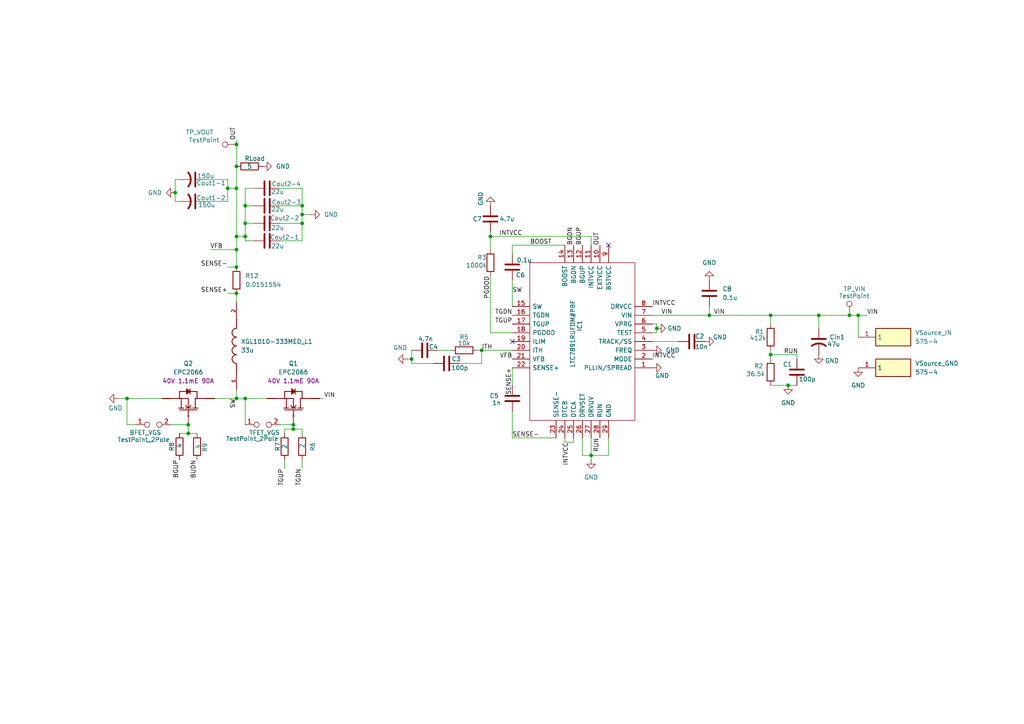
<source format=kicad_sch>
(kicad_sch (version 20250114) (generator "eeschema") (generator_version "9.0")
  (paper "A4")
  (lib_symbols
    (symbol "575-4:575-4"
      (property "Reference" "TP" (at 16.51 7.62 0))
      (property "Value" "575-4" (at 16.51 5.08 0))
      (symbol "575-4_1_1"
        (rectangle (start 5.08 2.54) (end 15.24 -2.54) (stroke (width 0.254)) (fill (type background)))
        (pin passive line (at 0 0 0) (length 5.08) (name "1") (number "1"))
      )
    )
    (symbol "Connector:TestPoint" (pin_numbers (hide yes)) (pin_names (offset 0.762) (hide yes))
      (property "Reference" "TP" (at 0 6.858 0))
      (property "Value" "TestPoint" (at 0 5.08 0))
      (symbol "TestPoint_0_1"
        (circle (center 0 3.302) (radius 0.762))
      )
      (symbol "TestPoint_1_1"
        (pin passive line (at 0 0 90) (length 2.54) (name "1") (number "1"))
      )
    )
    (symbol "Connector:TestPoint_2Pole" (pin_names (offset 0.762) (hide yes))
      (property "Reference" "TP" (at 0 1.524 0))
      (property "Value" "TestPoint_2Pole" (at 0 -1.778 0))
      (symbol "TestPoint_2Pole_0_1"
        (circle (center -1.778 0) (radius 0.762))
        (circle (center 1.778 0) (radius 0.762))
        (pin passive line (at -5.08 0 0) (length 2.54) (name "1") (number "1"))
        (pin passive line (at 5.08 0 180) (length 2.54) (name "2") (number "2"))
      )
    )
    (symbol "Device:C" (pin_numbers (hide yes)) (pin_names (offset 0.254))
      (property "Reference" "C" (at 0.635 2.54 0))
      (property "Value" "C" (at 0.635 -2.54 0))
      (symbol "C_0_1"
        (polyline (pts (xy -2.032 0.762) (xy 2.032 0.762)) (stroke (width 0.508)))
        (polyline (pts (xy -2.032 -0.762) (xy 2.032 -0.762)) (stroke (width 0.508)))
      )
      (symbol "C_1_1"
        (pin passive line (at 0 3.81 270) (length 2.794) (name "~") (number "1"))
        (pin passive line (at 0 -3.81 90) (length 2.794) (name "~") (number "2"))
      )
    )
    (symbol "Device:C_US" (pin_numbers (hide yes)) (pin_names (offset 0.254) (hide yes))
      (property "Reference" "C" (at 0.635 2.54 0))
      (property "Value" "C_US" (at 0.635 -2.54 0))
      (symbol "C_US_0_1"
        (polyline (pts (xy -2.032 0.762) (xy 2.032 0.762)) (stroke (width 0.508)))
        (arc (start -2.032 -1.27) (mid 0 -0.5572) (end 2.032 -1.27) (stroke (width 0.508)))
      )
      (symbol "C_US_1_1"
        (pin passive line (at 0 3.81 270) (length 2.794) (name "~") (number "1"))
        (pin passive line (at 0 -3.81 90) (length 3.302) (name "~") (number "2"))
      )
    )
    (symbol "Device:R" (pin_numbers (hide yes)) (pin_names (offset 0))
      (property "Reference" "R" (at 2.032 0 90))
      (property "Value" "R" (at 0 0 90))
      (symbol "R_0_1"
        (rectangle (start -1.016 -2.54) (end 1.016 2.54) (stroke (width 0.254)))
      )
      (symbol "R_1_1"
        (pin passive line (at 0 3.81 270) (length 1.27) (name "~") (number "1"))
        (pin passive line (at 0 -3.81 90) (length 1.27) (name "~") (number "2"))
      )
    )
    (symbol "EPC_FETs:EPC2066"
      (property "Reference" "Q" (at 3.4036 1.8796 0))
      (property "Value" "EPC2066" (at 7.1628 -0.1016 0))
      (property "Description" "40V 1.1mE 90A" (at 10.3124 -1.9812 0))
      (symbol "EPC2066_1_0"
        (polyline (pts (xy -5.08 0) (xy -3.302 0)) (stroke (width 0.254)))
        (polyline (pts (xy -3.302 2.54) (xy -3.302 -2.54)) (stroke (width 0.254)))
        (polyline (pts (xy -2.794 1.27) (xy -2.794 2.794)) (stroke (width 0.254)))
        (polyline (pts (xy -2.794 0) (xy -2.032 0.762)) (stroke (width 0.254)))
        (polyline (pts (xy -2.794 0) (xy 0 0)) (stroke (width 0.254)))
        (polyline (pts (xy -2.794 -0.762) (xy -2.794 0.762)) (stroke (width 0.254)))
        (polyline (pts (xy -2.794 -2.032) (xy 0 -2.032)) (stroke (width 0.254)))
        (polyline (pts (xy -2.794 -2.794) (xy -2.794 -1.27)) (stroke (width 0.254)))
        (polyline (pts (xy -2.032 -0.762) (xy -2.794 0)) (stroke (width 0.254)))
        (polyline (pts (xy 0 2.54) (xy 2.032 2.54)) (stroke (width 0.254)))
        (polyline (pts (xy 0 2.032) (xy -2.794 2.032)) (stroke (width 0.254)))
        (polyline (pts (xy 0 2.032) (xy 0 5.08)) (stroke (width 0.254)))
        (polyline (pts (xy 0 0) (xy 0 -5.08)) (stroke (width 0.254)))
        (polyline (pts (xy 0 -2.54) (xy 2.032 -2.54)) (stroke (width 0.254)))
        (arc (start -5.1019 -0.1467) (mid -5.1039 0.0331) (end -5.0996 0.2128) (stroke (width 0.254)))
        (polyline (pts (xy 2.032 2.54) (xy 2.032 0.508)) (stroke (width 0.254)))
        (polyline (pts (xy 2.032 0.508) (xy 1.27 -0.508) (xy 2.794 -0.508) (xy 2.032 0.508)) (stroke (width 0.254)) (fill (type outline)))
        (polyline (pts (xy 2.032 -0.508) (xy 2.032 -2.54)) (stroke (width 0.254)))
        (polyline (pts (xy 2.794 0.508) (xy 1.27 0.508)) (stroke (width 0.254)))
        (pin passive line (at -7.62 0 0) (length 2.54) (name "G") (number "1"))
        (pin open_collector line (at 0 7.62 270) (length 2.54) (name "D5") (number "11"))
        (pin open_collector line (at 0 7.62 270) (length 2.54) (name "D6") (number "12"))
        (pin open_collector line (at 0 7.62 270) (length 2.54) (name "D7") (number "15"))
        (pin open_collector line (at 0 7.62 270) (length 2.54) (name "D8") (number "16"))
        (pin open_collector line (at 0 7.62 270) (length 2.54) (name "D9") (number "19"))
        (pin open_collector line (at 0 7.62 270) (length 2.54) (name "D10") (number "20"))
        (pin open_collector line (at 0 7.62 270) (length 2.54) (name "D11") (number "23"))
        (pin open_collector line (at 0 7.62 270) (length 2.54) (name "D12") (number "24"))
        (pin open_collector line (at 0 7.62 270) (length 2.54) (name "D13") (number "27"))
        (pin open_collector line (at 0 7.62 270) (length 2.54) (name "D14") (number "28"))
        (pin open_collector line (at 0 7.62 270) (length 2.54) (name "D1") (number "3"))
        (pin open_collector line (at 0 7.62 270) (length 2.54) (name "D2") (number "4"))
        (pin open_collector line (at 0 7.62 270) (length 2.54) (name "D3") (number "7"))
        (pin open_collector line (at 0 7.62 270) (length 2.54) (name "D4") (number "8"))
        (pin open_emitter line (at 0 -7.62 90) (length 2.54) (name "S5") (number "10"))
        (pin open_emitter line (at 0 -7.62 90) (length 2.54) (name "S6") (number "13"))
        (pin open_emitter line (at 0 -7.62 90) (length 2.54) (name "S7") (number "14"))
        (pin open_emitter line (at 0 -7.62 90) (length 2.54) (name "S8") (number "17"))
        (pin open_emitter line (at 0 -7.62 90) (length 2.54) (name "S9") (number "18"))
        (pin open_emitter line (at 0 -7.62 90) (length 2.54) (name "S1") (number "2"))
        (pin open_emitter line (at 0 -7.62 90) (length 2.54) (name "S10") (number "21"))
        (pin open_emitter line (at 0 -7.62 90) (length 2.54) (name "S11") (number "22"))
        (pin open_emitter line (at 0 -7.62 90) (length 2.54) (name "S12") (number "25"))
        (pin open_emitter line (at 0 -7.62 90) (length 2.54) (name "S13") (number "26"))
        (pin open_emitter line (at 0 -7.62 90) (length 2.54) (name "S14") (number "29"))
        (pin open_emitter line (at 0 -7.62 90) (length 2.54) (name "Sub") (number "30"))
        (pin open_emitter line (at 0 -7.62 90) (length 2.54) (name "S2") (number "5"))
        (pin open_emitter line (at 0 -7.62 90) (length 2.54) (name "S3") (number "6"))
        (pin open_emitter line (at 0 -7.62 90) (length 2.54) (name "S4") (number "9"))
      )
    )
    (symbol "LTC7891RUFDM#PBF:LTC7891RUFDM#PBF" (pin_names (offset 0.762))
      (property "Reference" "IC" (at 36.83 20.32 0))
      (property "Value" "LTC7891RUFDM#PBF" (at 36.83 17.78 0))
      (symbol "LTC7891RUFDM#PBF_0_0"
        (pin passive line (at 0 0 0) (length 5.08) (name "PLLIN/SPREAD") (number "1"))
        (pin passive line (at 0 -2.54 0) (length 5.08) (name "MODE") (number "2"))
        (pin passive line (at 0 -5.08 0) (length 5.08) (name "FREQ") (number "3"))
        (pin passive line (at 0 -7.62 0) (length 5.08) (name "TRACK/SS") (number "4"))
        (pin passive line (at 0 -10.16 0) (length 5.08) (name "TEST") (number "5"))
        (pin passive line (at 0 -12.7 0) (length 5.08) (name "VPRG") (number "6"))
        (pin passive line (at 0 -15.24 0) (length 5.08) (name "VIN") (number "7"))
        (pin passive line (at 0 -17.78 0) (length 5.08) (name "DRVCC") (number "8"))
        (pin passive line (at 12.7 20.32 270) (length 5.08) (name "GND") (number "29"))
        (pin passive line (at 12.7 -35.56 90) (length 5.08) (name "BSTVCC") (number "9"))
        (pin passive line (at 15.24 20.32 270) (length 5.08) (name "RUN") (number "28"))
        (pin passive line (at 15.24 -35.56 90) (length 5.08) (name "EXTVCC") (number "10"))
        (pin passive line (at 17.78 20.32 270) (length 5.08) (name "DRVUV") (number "27"))
        (pin passive line (at 17.78 -35.56 90) (length 5.08) (name "INTVCC") (number "11"))
        (pin passive line (at 20.32 20.32 270) (length 5.08) (name "DRVSET") (number "26"))
        (pin passive line (at 20.32 -35.56 90) (length 5.08) (name "BGUP") (number "12"))
        (pin passive line (at 22.86 20.32 270) (length 5.08) (name "DTCA") (number "25"))
        (pin passive line (at 22.86 -35.56 90) (length 5.08) (name "BGDN") (number "13"))
        (pin passive line (at 25.4 20.32 270) (length 5.08) (name "DTCB") (number "24"))
        (pin passive line (at 25.4 -35.56 90) (length 5.08) (name "BOOST") (number "14"))
        (pin passive line (at 27.94 20.32 270) (length 5.08) (name "SENSE-") (number "23"))
        (pin passive line (at 40.64 0 180) (length 5.08) (name "SENSE+") (number "22"))
        (pin passive line (at 40.64 -2.54 180) (length 5.08) (name "VFB") (number "21"))
        (pin passive line (at 40.64 -5.08 180) (length 5.08) (name "ITH") (number "20"))
        (pin passive line (at 40.64 -7.62 180) (length 5.08) (name "ILIM") (number "19"))
        (pin passive line (at 40.64 -10.16 180) (length 5.08) (name "PGOOD") (number "18"))
        (pin passive line (at 40.64 -12.7 180) (length 5.08) (name "TGUP") (number "17"))
        (pin passive line (at 40.64 -15.24 180) (length 5.08) (name "TGDN") (number "16"))
        (pin passive line (at 40.64 -17.78 180) (length 5.08) (name "SW") (number "15"))
      )
      (symbol "LTC7891RUFDM#PBF_0_1"
        (polyline (pts (xy 5.08 15.24) (xy 35.56 15.24) (xy 35.56 -30.48) (xy 5.08 -30.48) (xy 5.08 15.24)) (stroke (width 0.1524)))
      )
    )
    (symbol "XGL1010-333MED:XGL1010-333MED" (pin_names (offset 1.016))
      (property "Reference" "L" (at -10.16 7.62 0))
      (property "Value" "XGL1010-333MED" (at -10.16 5.08 0))
      (symbol "XGL1010-333MED_0_0"
        (polyline (pts (xy -5.08 0) (xy -7.62 0)) (stroke (width 0.254)))
        (arc (start -5.08 0) (mid -3.81 1.2645) (end -2.54 0) (stroke (width 0.254)))
        (arc (start -2.54 0) (mid -1.27 1.2645) (end 0 0) (stroke (width 0.254)))
        (arc (start 0 0) (mid 1.27 1.2645) (end 2.54 0) (stroke (width 0.254)))
        (arc (start 2.54 0) (mid 3.81 1.2645) (end 5.08 0) (stroke (width 0.254)))
        (polyline (pts (xy 5.08 0) (xy 7.62 0)) (stroke (width 0.254)))
        (pin passive line (at -12.7 0 0) (length 5.08) (name "~") (number "1"))
        (pin passive line (at 12.7 0 180) (length 5.08) (name "~") (number "2"))
      )
    )
    (symbol "power:GND" (power) (pin_numbers (hide yes)) (pin_names (offset 0) (hide yes))
      (property "Value" "GND" (at 0 -3.81 0))
      (symbol "GND_0_1"
        (polyline (pts (xy 0 0) (xy 0 -1.27) (xy 1.27 -1.27) (xy 0 -2.54) (xy -1.27 -1.27) (xy 0 -1.27)))
      )
      (symbol "GND_1_1"
        (pin power_in line (at 0 0 270) (length 0) (name "~") (number "1"))
      )
    )
  )
  (junction (at 68.58 115.57))
  (junction (at 68.58 68.58))
  (junction (at 119.38 104.14))
  (junction (at 223.52 102.87))
  (junction (at 71.12 64.77))
  (junction (at 68.58 77.47))
  (junction (at 71.12 115.57))
  (junction (at 71.12 68.58))
  (junction (at 68.58 85.09))
  (junction (at 237.49 91.44))
  (junction (at 142.24 68.58))
  (junction (at 205.74 91.44))
  (junction (at 54.61 125.73))
  (junction (at 68.58 54.61))
  (junction (at 85.09 123.19))
  (junction (at 139.7 101.6))
  (junction (at 171.45 132.08))
  (junction (at 50.8 55.88))
  (junction (at 66.04 54.61))
  (junction (at 87.63 64.77))
  (junction (at 246.38 91.44))
  (junction (at 68.58 48.26))
  (junction (at 87.63 59.69))
  (junction (at 36.83 115.57))
  (junction (at 54.61 123.19))
  (junction (at 228.6 111.76))
  (junction (at 190.5 95.25))
  (junction (at 223.52 91.44))
  (junction (at 71.12 59.69))
  (junction (at 85.09 124.46))
  (junction (at 87.63 62.23))
  (junction (at 68.58 41.91))
  (junction (at 68.58 72.39))
  (junction (at 248.92 91.44))
  (no_connect (at 148.59 99.06))
  (no_connect (at 176.53 71.12))
  (wire (pts (xy 139.7 101.6) (xy 139.7 105.41)))
  (wire (pts (xy 142.24 80.01) (xy 142.24 96.52)))
  (wire (pts (xy 68.58 115.57) (xy 71.12 115.57)))
  (wire (pts (xy 171.45 132.08) (xy 176.53 132.08)))
  (wire (pts (xy 189.23 91.44) (xy 205.74 91.44)))
  (wire (pts (xy 148.59 73.66) (xy 148.59 71.12)))
  (wire (pts (xy 223.52 101.6) (xy 223.52 102.87)))
  (wire (pts (xy 68.58 48.26) (xy 68.58 54.61)))
  (wire (pts (xy 189.23 93.98) (xy 190.5 93.98)))
  (wire (pts (xy 171.45 132.08) (xy 171.45 133.35)))
  (wire (pts (xy 231.14 102.87) (xy 231.14 104.14)))
  (wire (pts (xy 223.52 91.44) (xy 223.52 93.98)))
  (wire (pts (xy 87.63 64.77) (xy 87.63 69.85)))
  (wire (pts (xy 66.04 85.09) (xy 68.58 85.09)))
  (wire (pts (xy 163.83 127) (xy 163.83 128.27)))
  (wire (pts (xy 68.58 68.58) (xy 68.58 72.39)))
  (wire (pts (xy 71.12 64.77) (xy 73.66 64.77)))
  (wire (pts (xy 133.35 105.41) (xy 139.7 105.41)))
  (wire (pts (xy 142.24 72.39) (xy 142.24 68.58)))
  (wire (pts (xy 71.12 115.57) (xy 77.47 115.57)))
  (wire (pts (xy 71.12 69.85) (xy 73.66 69.85)))
  (wire (pts (xy 163.83 128.27) (xy 166.37 128.27)))
  (wire (pts (xy 87.63 62.23) (xy 90.17 62.23)))
  (wire (pts (xy 81.28 59.69) (xy 87.63 59.69)))
  (wire (pts (xy 59.69 58.42) (xy 66.04 58.42)))
  (wire (pts (xy 119.38 101.6) (xy 119.38 104.14)))
  (wire (pts (xy 50.8 55.88) (xy 50.8 58.42)))
  (wire (pts (xy 54.61 125.73) (xy 57.15 125.73)))
  (wire (pts (xy 34.29 115.57) (xy 36.83 115.57)))
  (wire (pts (xy 138.43 101.6) (xy 139.7 101.6)))
  (wire (pts (xy 127 101.6) (xy 130.81 101.6)))
  (wire (pts (xy 189.23 96.52) (xy 190.5 96.52)))
  (wire (pts (xy 237.49 91.44) (xy 237.49 95.25)))
  (wire (pts (xy 68.58 72.39) (xy 68.58 77.47)))
  (wire (pts (xy 223.52 102.87) (xy 223.52 104.14)))
  (wire (pts (xy 176.53 132.08) (xy 176.53 127)))
  (wire (pts (xy 92.71 115.57) (xy 93.98 115.57)))
  (wire (pts (xy 85.09 123.19) (xy 85.09 124.46)))
  (wire (pts (xy 71.12 59.69) (xy 71.12 64.77)))
  (wire (pts (xy 148.59 106.68) (xy 148.59 111.76)))
  (wire (pts (xy 50.8 52.07) (xy 50.8 55.88)))
  (wire (pts (xy 71.12 54.61) (xy 73.66 54.61)))
  (wire (pts (xy 168.91 132.08) (xy 171.45 132.08)))
  (wire (pts (xy 59.69 52.07) (xy 66.04 52.07)))
  (wire (pts (xy 205.74 91.44) (xy 223.52 91.44)))
  (wire (pts (xy 36.83 115.57) (xy 46.99 115.57)))
  (wire (pts (xy 66.04 52.07) (xy 66.04 54.61)))
  (wire (pts (xy 82.55 133.35) (xy 82.55 135.89)))
  (wire (pts (xy 87.63 62.23) (xy 87.63 64.77)))
  (wire (pts (xy 52.07 52.07) (xy 50.8 52.07)))
  (wire (pts (xy 148.59 127) (xy 161.29 127)))
  (wire (pts (xy 87.63 124.46) (xy 87.63 125.73)))
  (wire (pts (xy 139.7 101.6) (xy 148.59 101.6)))
  (wire (pts (xy 68.58 40.64) (xy 68.58 41.91)))
  (wire (pts (xy 66.04 54.61) (xy 66.04 58.42)))
  (wire (pts (xy 82.55 124.46) (xy 85.09 124.46)))
  (wire (pts (xy 71.12 59.69) (xy 73.66 59.69)))
  (wire (pts (xy 68.58 113.03) (xy 68.58 115.57)))
  (wire (pts (xy 118.11 104.14) (xy 119.38 104.14)))
  (wire (pts (xy 62.23 115.57) (xy 68.58 115.57)))
  (wire (pts (xy 71.12 68.58) (xy 71.12 64.77)))
  (wire (pts (xy 142.24 67.31) (xy 142.24 68.58)))
  (wire (pts (xy 81.28 123.19) (xy 85.09 123.19)))
  (wire (pts (xy 49.53 123.19) (xy 54.61 123.19)))
  (wire (pts (xy 148.59 71.12) (xy 163.83 71.12)))
  (wire (pts (xy 190.5 95.25) (xy 190.5 93.98)))
  (wire (pts (xy 81.28 69.85) (xy 87.63 69.85)))
  (wire (pts (xy 39.37 123.19) (xy 36.83 123.19)))
  (wire (pts (xy 223.52 111.76) (xy 228.6 111.76)))
  (wire (pts (xy 81.28 64.77) (xy 87.63 64.77)))
  (wire (pts (xy 171.45 68.58) (xy 171.45 71.12)))
  (wire (pts (xy 71.12 68.58) (xy 71.12 69.85)))
  (wire (pts (xy 87.63 59.69) (xy 87.63 62.23)))
  (wire (pts (xy 142.24 96.52) (xy 148.59 96.52)))
  (wire (pts (xy 248.92 97.79) (xy 248.92 91.44)))
  (wire (pts (xy 68.58 68.58) (xy 71.12 68.58)))
  (wire (pts (xy 68.58 41.91) (xy 68.58 48.26)))
  (wire (pts (xy 166.37 127) (xy 166.37 128.27)))
  (wire (pts (xy 50.8 58.42) (xy 52.07 58.42)))
  (wire (pts (xy 36.83 123.19) (xy 36.83 115.57)))
  (wire (pts (xy 148.59 119.38) (xy 148.59 127)))
  (wire (pts (xy 248.92 91.44) (xy 251.46 91.44)))
  (wire (pts (xy 66.04 54.61) (xy 68.58 54.61)))
  (wire (pts (xy 60.96 72.39) (xy 68.58 72.39)))
  (wire (pts (xy 66.04 77.47) (xy 68.58 77.47)))
  (wire (pts (xy 223.52 102.87) (xy 231.14 102.87)))
  (wire (pts (xy 87.63 54.61) (xy 87.63 59.69)))
  (wire (pts (xy 205.74 88.9) (xy 205.74 91.44)))
  (wire (pts (xy 246.38 91.44) (xy 248.92 91.44)))
  (wire (pts (xy 85.09 124.46) (xy 87.63 124.46)))
  (wire (pts (xy 119.38 105.41) (xy 125.73 105.41)))
  (wire (pts (xy 148.59 81.28) (xy 148.59 88.9)))
  (wire (pts (xy 228.6 111.76) (xy 231.14 111.76)))
  (wire (pts (xy 54.61 123.19) (xy 54.61 125.73)))
  (wire (pts (xy 68.58 54.61) (xy 68.58 68.58)))
  (wire (pts (xy 71.12 123.19) (xy 71.12 115.57)))
  (wire (pts (xy 81.28 54.61) (xy 87.63 54.61)))
  (wire (pts (xy 223.52 91.44) (xy 237.49 91.44)))
  (wire (pts (xy 71.12 54.61) (xy 71.12 59.69)))
  (wire (pts (xy 87.63 133.35) (xy 87.63 135.89)))
  (wire (pts (xy 171.45 127) (xy 171.45 132.08)))
  (wire (pts (xy 52.07 125.73) (xy 54.61 125.73)))
  (wire (pts (xy 142.24 68.58) (xy 171.45 68.58)))
  (wire (pts (xy 68.58 85.09) (xy 68.58 87.63)))
  (wire (pts (xy 189.23 99.06) (xy 196.85 99.06)))
  (wire (pts (xy 237.49 91.44) (xy 246.38 91.44)))
  (wire (pts (xy 190.5 96.52) (xy 190.5 95.25)))
  (wire (pts (xy 168.91 127) (xy 168.91 132.08)))
  (wire (pts (xy 119.38 104.14) (xy 119.38 105.41)))
  (wire (pts (xy 82.55 125.73) (xy 82.55 124.46)))
  (label "VIN" (at 93.98 115.57 0))
  (label "SENSE+" (at 66.04 85.09 180))
  (label "SW" (at 148.59 85.09 0))
  (label "BGUP" (at 168.91 71.12 90))
  (label "INTVCC" (at 189.23 104.14 0))
  (label "TGUP" (at 148.59 93.98 180))
  (label "OUT" (at 173.99 71.12 90))
  (label "BUDN" (at 57.15 133.35 270))
  (label "PGOOD" (at 142.24 80.01 270))
  (label "SW" (at 68.58 115.57 270))
  (label "TGUP" (at 82.55 135.89 270))
  (label "VIN" (at 207.01 91.44 0))
  (label "VFB" (at 60.96 72.39 0))
  (label "INTVCC" (at 189.23 88.9 0))
  (label "RUN" (at 173.99 127 270))
  (label "TGDN" (at 87.63 135.89 270))
  (label "ITH" (at 139.7 101.6 0))
  (label "OUT" (at 68.58 40.64 90))
  (label "INTVCC" (at 144.78 68.58 0))
  (label "INTVCC" (at 165.1 128.27 270))
  (label "SENSE-" (at 66.04 77.47 180))
  (label "BGDN" (at 166.37 71.12 90))
  (label "RUN" (at 227.33 102.87 0))
  (label "TGDN" (at 148.59 91.44 180))
  (label "VIN" (at 191.77 91.44 0))
  (label "BOOST" (at 160.02 71.12 180))
  (label "VIN" (at 251.46 91.44 0))
  (label "BGUP" (at 52.07 133.35 270))
  (label "VFB" (at 148.59 104.14 180))
  (label "SENSE+" (at 148.59 106.68 270))
  (label "SENSE-" (at 148.59 127 0))
  (symbol (lib_id "Device:R") (at 134.62 101.6 90) (unit 1)
    (property "Reference" "R5" (at 134.62 97.79 90))
    (property "Value" "10k" (at 134.62 99.568 90))
    (property "Description" "Resistor" (effects (hide yes)))
  )
  (symbol (lib_id "Device:R") (at 142.24 76.2 180) (unit 1)
    (property "Reference" "R3" (at 138.43 74.676 0) (effects (justify right)))
    (property "Value" "1000k" (at 135.128 76.962 0) (effects (justify right)))
    (property "Description" "Resistor" (effects (hide yes)))
  )
  (symbol (lib_id "Device:C") (at 77.47 59.69 90) (unit 1)
    (property "Reference" "Cout2-3" (at 83.058 58.674 90))
    (property "Value" "22u" (at 80.518 60.706 90))
    (property "Description" "Unpolarized capacitor" (effects (hide yes)))
  )
  (symbol (lib_id "Device:C") (at 77.47 69.85 90) (unit 1)
    (property "Reference" "Cout2-1" (at 82.55 68.834 90))
    (property "Value" "22u" (at 80.518 71.374 90))
    (property "Description" "Unpolarized capacitor" (effects (hide yes)))
  )
  (symbol (lib_id "power:GND") (at 171.45 133.35 0) (unit 1)
    (property "Reference" "#PWR01" (effects (hide yes)))
    (property "Value" "GND" (at 171.45 138.43 0))
    (property "Description" "Power symbol creates a global label with name \"GND\" , ground" (effects (hide yes)))
  )
  (symbol (lib_id "Connector:TestPoint_2Pole") (at 76.2 123.19 0) (unit 1)
    (property "Reference" "TFET_VGS" (at 76.708 125.476 0))
    (property "Value" "TestPoint_2Pole" (at 73.152 127.254 0))
    (property "Description" "2-polar test point" (effects (hide yes)))
  )
  (symbol (lib_id "Device:R") (at 52.07 129.54 180) (unit 1)
    (property "Reference" "R8" (at 49.784 129.54 90))
    (property "Value" "4" (at 52.07 129.286 90))
    (property "Description" "Resistor" (effects (hide yes)))
  )
  (symbol (lib_id "XGL1010-333MED:XGL1010-333MED") (at 68.58 100.33 90) (unit 1)
    (property "Reference" "XGL1010-333MED_L1" (at 69.85 99.0599 90) (effects (justify right)))
    (property "Value" "33u" (at 69.85 101.5999 90) (effects (justify right)))
    (property "Footprint" "XGL1010-333MED:IND_XGL1010-333MED" (effects (hide yes)))
    (property "MF" "Coilcraft" (effects (hide yes)))
    (property "MAXIMUM_PACKAGE_HEIGHT" "10.0mm" (effects (hide yes)))
    (property "Package" "None" (effects (hide yes)))
    (property "Price" "None" (effects (hide yes)))
    (property "Check_prices" "https://www.snapeda.com/parts/XGL1010-333MED/Coilcraft/view-part/?ref=eda" (effects (hide yes)))
    (property "STANDARD" "Manufacturer Recommendations" (effects (hide yes)))
    (property "PARTREV" "08/24/22" (effects (hide yes)))
    (property "SnapEDA_Link" "https://www.snapeda.com/parts/XGL1010-333MED/Coilcraft/view-part/?ref=snap" (effects (hide yes)))
    (property "MP" "XGL1010-333MED" (effects (hide yes)))
    (property "Description_1" "33 µH Shielded Molded Inductor 8.5 A 33.5mOhm Max Nonstandard" (effects (hide yes)))
    (property "MANUFACTURER" "Coilcraft" (effects (hide yes)))
    (property "Availability" "In Stock" (effects (hide yes)))
    (property "SNAPEDA_PN" "XGL1010-332MED" (effects (hide yes)))
  )
  (symbol (lib_id "Device:C_US") (at 55.88 58.42 270) (unit 1)
    (property "Reference" "Cout1-2" (at 61.214 57.404 90))
    (property "Value" "150u" (at 59.944 59.436 90))
    (property "Description" "capacitor, US symbol" (effects (hide yes)))
  )
  (symbol (lib_id "575-4:575-4") (at 248.92 106.68 0) (unit 1)
    (property "Reference" "VSource_GND" (at 265.43 105.4099 0) (effects (justify left)))
    (property "Value" "575-4" (at 265.43 107.9499 0) (effects (justify left)))
    (property "Footprint" "5754" (effects (hide yes)))
    (property "Datasheet" "https://www.keyelco.com/product.cfm/product_id/2379" (effects (hide yes)))
    (property "Description" "Test Plugs & Test Jacks NON-INSUL JACK .218\" BRASS NICKEL PLTD" (effects (hide yes)))
    (property "Height" "2.49" (effects (hide yes)))
    (property "Manufacturer_Name" "Keystone Electronics" (effects (hide yes)))
    (property "Manufacturer_Part_Number" "575-4" (effects (hide yes)))
    (property "Mouser Part Number" "534-575-4" (effects (hide yes)))
    (property "Mouser Price/Stock" "https://www.mouser.co.uk/ProductDetail/Keystone-Electronics/575-4?qs=w4ABFRoM%2FL8pPaUzIDyX8Q%3D%3D" (effects (hide yes)))
  )
  (symbol (lib_id "power:GND") (at 189.23 101.6 90) (unit 1)
    (property "Reference" "#PWR02" (effects (hide yes)))
    (property "Value" "GND" (at 193.04 101.5999 90) (effects (justify right)))
    (property "Description" "Power symbol creates a global label with name \"GND\" , ground" (effects (hide yes)))
  )
  (symbol (lib_id "Device:C") (at 231.14 107.95 0) (unit 1)
    (property "Reference" "C1" (at 227.076 105.664 0) (effects (justify left)))
    (property "Value" "100p" (at 231.648 109.982 0) (effects (justify left)))
    (property "Description" "Unpolarized capacitor" (effects (hide yes)))
  )
  (symbol (lib_id "Device:R") (at 82.55 129.54 0) (unit 1)
    (property "Reference" "R7" (at 80.518 129.54 90))
    (property "Value" "2" (at 82.55 129.54 90))
    (property "Description" "Resistor" (effects (hide yes)))
  )
  (symbol (lib_id "EPC_FETs:EPC2066") (at 85.09 115.57 270) (mirror x) (unit 1)
    (property "Reference" "Q1" (at 85.09 105.41 90))
    (property "Value" "EPC2066" (at 85.09 107.95 90))
    (property "Footprint" "EPC_FETs:D0650" (effects (hide yes)))
    (property "Description" "40V 1.1mE 90A" (at 85.09 110.49 90))
  )
  (symbol (lib_id "Device:C") (at 77.47 64.77 90) (unit 1)
    (property "Reference" "Cout2-2" (at 82.55 63.246 90))
    (property "Value" "22u" (at 80.518 66.04 90))
    (property "Description" "Unpolarized capacitor" (effects (hide yes)))
  )
  (symbol (lib_id "Device:C") (at 123.19 101.6 90) (unit 1)
    (property "Reference" "C4" (at 125.73 100.584 90))
    (property "Value" "4.7n" (at 123.444 98.298 90))
    (property "Description" "Unpolarized capacitor" (effects (hide yes)))
  )
  (symbol (lib_id "LTC7891RUFDM#PBF:LTC7891RUFDM#PBF") (at 189.23 106.68 180) (unit 1)
    (property "Reference" "IC1" (at 168.148 94.488 90))
    (property "Value" "LTC7891RUFDM#PBF" (at 166.116 96.774 90))
    (property "Footprint" "QFN50P400X500X80-29N-D" (effects (hide yes)))
    (property "Datasheet" "https://www.analog.com/LTC7891/datasheet" (effects (hide yes)))
    (property "Description" "100 V, Low IQ, Synchronous Step-Down Controller for GaN FETs" (effects (hide yes)))
    (property "Description_1" "100 V, Low IQ, Synchronous Step-Down Controller for GaN FETs" (effects (hide yes)))
    (property "Height" "0.8" (effects (hide yes)))
    (property "Manufacturer_Name" "Analog Devices" (effects (hide yes)))
    (property "Manufacturer_Part_Number" "LTC7891RUFDM#PBF" (effects (hide yes)))
    (property "Mouser Part Number" "584-LTC7891RUFDM#PBF" (effects (hide yes)))
    (property "Mouser Price/Stock" "https://www.mouser.co.uk/ProductDetail/Analog-Devices/LTC7891RUFDMPBF?qs=MyNHzdoqoQKVRU6DyVseAQ%3D%3D" (effects (hide yes)))
    (property "Arrow Part Number" "LTC7891RUFDM#PBF" (effects (hide yes)))
    (property "Arrow Price/Stock" "https://www.arrow.com/en/products/ltc7891rufdmpbf/analog-devices?utm_currency=USD&region=nac" (effects (hide yes)))
  )
  (symbol (lib_id "power:GND") (at 50.8 55.88 270) (unit 1)
    (property "Reference" "#PWR012" (effects (hide yes)))
    (property "Value" "GND" (at 46.99 55.8799 90) (effects (justify right)))
    (property "Description" "Power symbol creates a global label with name \"GND\" , ground" (effects (hide yes)))
  )
  (symbol (lib_id "Device:C_US") (at 55.88 52.07 270) (unit 1)
    (property "Reference" "Cout1-1" (at 61.214 53.086 90))
    (property "Value" "150u" (at 59.69 51.054 90))
    (property "Description" "capacitor, US symbol" (effects (hide yes)))
  )
  (symbol (lib_id "575-4:575-4") (at 248.92 97.79 0) (unit 1)
    (property "Reference" "VSource_IN" (at 265.43 96.5199 0) (effects (justify left)))
    (property "Value" "575-4" (at 265.43 99.0599 0) (effects (justify left)))
    (property "Footprint" "5754" (effects (hide yes)))
    (property "Datasheet" "https://www.keyelco.com/product.cfm/product_id/2379" (effects (hide yes)))
    (property "Description" "Test Plugs & Test Jacks NON-INSUL JACK .218\" BRASS NICKEL PLTD" (effects (hide yes)))
    (property "Height" "2.49" (effects (hide yes)))
    (property "Manufacturer_Name" "Keystone Electronics" (effects (hide yes)))
    (property "Manufacturer_Part_Number" "575-4" (effects (hide yes)))
    (property "Mouser Part Number" "534-575-4" (effects (hide yes)))
    (property "Mouser Price/Stock" "https://www.mouser.co.uk/ProductDetail/Keystone-Electronics/575-4?qs=w4ABFRoM%2FL8pPaUzIDyX8Q%3D%3D" (effects (hide yes)))
  )
  (symbol (lib_id "power:GND") (at 118.11 104.14 270) (unit 1)
    (property "Reference" "#PWR06" (effects (hide yes)))
    (property "Value" "GND" (at 116.078 100.838 90))
    (property "Description" "Power symbol creates a global label with name \"GND\" , ground" (effects (hide yes)))
  )
  (symbol (lib_id "Connector:TestPoint") (at 68.58 41.91 90) (unit 1)
    (property "Reference" "TP_VOUT" (at 57.912 38.354 90))
    (property "Value" "TestPoint" (at 59.182 40.64 90))
    (property "Description" "test point" (effects (hide yes)))
  )
  (symbol (lib_id "power:GND") (at 90.17 62.23 90) (unit 1)
    (property "Reference" "#PWR011" (effects (hide yes)))
    (property "Value" "GND" (at 93.98 62.2299 90) (effects (justify right)))
    (property "Description" "Power symbol creates a global label with name \"GND\" , ground" (effects (hide yes)))
  )
  (symbol (lib_id "power:GND") (at 189.23 106.68 90) (unit 1)
    (property "Reference" "#PWR09" (effects (hide yes)))
    (property "Value" "GND" (at 189.992 108.966 90) (effects (justify right)))
    (property "Description" "Power symbol creates a global label with name \"GND\" , ground" (effects (hide yes)))
  )
  (symbol (lib_id "power:GND") (at 228.6 111.76 0) (unit 1)
    (property "Reference" "#PWR03" (effects (hide yes)))
    (property "Value" "GND" (at 228.6 116.84 0))
    (property "Description" "Power symbol creates a global label with name \"GND\" , ground" (effects (hide yes)))
  )
  (symbol (lib_id "Device:C") (at 77.47 54.61 90) (unit 1)
    (property "Reference" "Cout2-4" (at 83.058 53.34 90))
    (property "Value" "22u" (at 80.518 55.626 90))
    (property "Description" "Unpolarized capacitor" (effects (hide yes)))
  )
  (symbol (lib_id "Device:C") (at 142.24 63.5 0) (unit 1)
    (property "Reference" "C7" (at 138.43 63.5 0))
    (property "Value" "4.7u" (at 147.066 63.5 0))
    (property "Description" "Unpolarized capacitor" (effects (hide yes)))
  )
  (symbol (lib_id "power:GND") (at 142.24 59.69 180) (unit 1)
    (property "Reference" "#PWR08" (effects (hide yes)))
    (property "Value" "GND" (at 139.446 59.69 90) (effects (justify right)))
    (property "Description" "Power symbol creates a global label with name \"GND\" , ground" (effects (hide yes)))
  )
  (symbol (lib_id "power:GND") (at 205.74 81.28 180) (unit 1)
    (property "Reference" "#PWR07" (effects (hide yes)))
    (property "Value" "GND" (at 205.74 76.2 0))
    (property "Description" "Power symbol creates a global label with name \"GND\" , ground" (effects (hide yes)))
  )
  (symbol (lib_id "Connector:TestPoint") (at 246.38 91.44 0) (unit 1)
    (property "Reference" "TP_VIN" (at 244.602 83.82 0) (effects (justify left)))
    (property "Value" "TestPoint" (at 243.332 85.852 0) (effects (justify left)))
    (property "Description" "test point" (effects (hide yes)))
  )
  (symbol (lib_id "Connector:TestPoint_2Pole") (at 44.45 123.19 0) (unit 1)
    (property "Reference" "BFET_VGS" (at 42.164 125.476 0))
    (property "Value" "TestPoint_2Pole" (at 41.656 127.508 0))
    (property "Description" "2-polar test point" (effects (hide yes)))
  )
  (symbol (lib_id "power:GND") (at 248.92 106.68 0) (unit 1)
    (property "Reference" "#PWR015" (effects (hide yes)))
    (property "Value" "GND" (at 248.92 111.76 0))
    (property "Description" "Power symbol creates a global label with name \"GND\" , ground" (effects (hide yes)))
  )
  (symbol (lib_id "Device:C_US") (at 237.49 99.06 0) (unit 1)
    (property "Reference" "Cin1" (at 242.824 97.79 0))
    (property "Value" "47u" (at 241.808 99.822 0))
    (property "Description" "capacitor, US symbol" (effects (hide yes)))
  )
  (symbol (lib_id "Device:C") (at 129.54 105.41 90) (unit 1)
    (property "Reference" "C3" (at 132.334 104.14 90))
    (property "Value" "100p" (at 133.35 106.68 90))
    (property "Description" "Unpolarized capacitor" (effects (hide yes)))
  )
  (symbol (lib_id "Device:R") (at 68.58 81.28 0) (unit 1)
    (property "Reference" "R12" (at 71.12 80.0099 0) (effects (justify left)))
    (property "Value" "0.0151554" (at 71.12 82.5499 0) (effects (justify left)))
    (property "Description" "Resistor" (effects (hide yes)))
  )
  (symbol (lib_id "Device:R") (at 87.63 129.54 0) (unit 1)
    (property "Reference" "R6" (at 90.678 129.54 90))
    (property "Value" "2" (at 87.63 129.286 90))
    (property "Description" "Resistor" (effects (hide yes)))
  )
  (symbol (lib_id "power:GND") (at 237.49 102.87 0) (unit 1)
    (property "Reference" "#PWR014" (effects (hide yes)))
    (property "Value" "GND" (at 241.3 104.648 0))
    (property "Description" "Power symbol creates a global label with name \"GND\" , ground" (effects (hide yes)))
  )
  (symbol (lib_id "power:GND") (at 204.47 99.06 90) (unit 1)
    (property "Reference" "#PWR04" (effects (hide yes)))
    (property "Value" "GND" (at 206.756 97.79 90) (effects (justify right)))
    (property "Description" "Power symbol creates a global label with name \"GND\" , ground" (effects (hide yes)))
  )
  (symbol (lib_id "power:GND") (at 76.2 48.26 90) (unit 1)
    (property "Reference" "#PWR013" (effects (hide yes)))
    (property "Value" "GND" (at 80.01 48.2599 90) (effects (justify right)))
    (property "Description" "Power symbol creates a global label with name \"GND\" , ground" (effects (hide yes)))
  )
  (symbol (lib_id "Device:R") (at 223.52 97.79 0) (unit 1)
    (property "Reference" "R1" (at 218.948 96.266 0) (effects (justify left)))
    (property "Value" "412k" (at 217.424 98.044 0) (effects (justify left)))
    (property "Description" "Resistor" (effects (hide yes)))
  )
  (symbol (lib_id "EPC_FETs:EPC2066") (at 54.61 115.57 270) (mirror x) (unit 1)
    (property "Reference" "Q2" (at 54.61 105.41 90))
    (property "Value" "EPC2066" (at 54.61 107.95 90))
    (property "Footprint" "EPC_FETs:D0650" (effects (hide yes)))
    (property "Description" "40V 1.1mE 90A" (at 54.61 110.49 90))
  )
  (symbol (lib_id "Device:C") (at 148.59 115.57 0) (unit 1)
    (property "Reference" "C5" (at 141.986 114.808 0) (effects (justify left)))
    (property "Value" "1n" (at 142.748 116.84 0) (effects (justify left)))
    (property "Description" "Unpolarized capacitor" (effects (hide yes)))
  )
  (symbol (lib_id "Device:C") (at 205.74 85.09 0) (unit 1)
    (property "Reference" "C8" (at 209.55 83.8199 0) (effects (justify left)))
    (property "Value" "0.1u" (at 209.55 86.3599 0) (effects (justify left)))
    (property "Description" "Unpolarized capacitor" (effects (hide yes)))
  )
  (symbol (lib_id "Device:R") (at 57.15 129.54 180) (unit 1)
    (property "Reference" "R9" (at 59.436 129.794 90))
    (property "Value" "4" (at 57.404 129.54 90))
    (property "Description" "Resistor" (effects (hide yes)))
  )
  (symbol (lib_id "Device:R") (at 223.52 107.95 0) (unit 1)
    (property "Reference" "R2" (at 218.694 106.172 0) (effects (justify left)))
    (property "Value" "36.5k" (at 216.408 108.458 0) (effects (justify left)))
    (property "Description" "Resistor" (effects (hide yes)))
  )
  (symbol (lib_id "Device:R") (at 72.39 48.26 90) (unit 1)
    (property "Reference" "RLoad" (at 73.914 45.974 90))
    (property "Value" "5" (at 72.39 48.26 90))
    (property "Description" "Resistor" (effects (hide yes)))
  )
  (symbol (lib_id "Device:C") (at 148.59 77.47 0) (unit 1)
    (property "Reference" "C6" (at 149.606 79.756 0) (effects (justify left)))
    (property "Value" "0.1u" (at 149.86 75.438 0) (effects (justify left)))
    (property "Description" "Unpolarized capacitor" (effects (hide yes)))
  )
  (symbol (lib_id "power:GND") (at 190.5 95.25 90) (unit 1)
    (property "Reference" "#PWR05" (effects (hide yes)))
    (property "Value" "GND" (at 193.548 95.25 90) (effects (justify right)))
    (property "Description" "Power symbol creates a global label with name \"GND\" , ground" (effects (hide yes)))
  )
  (symbol (lib_id "Device:C") (at 200.66 99.06 90) (unit 1)
    (property "Reference" "C2" (at 202.946 97.536 90))
    (property "Value" "10n" (at 203.454 100.584 90))
    (property "Description" "Unpolarized capacitor" (effects (hide yes)))
  )
  (symbol (lib_id "power:GND") (at 34.29 115.57 270) (unit 1)
    (property "Reference" "#PWR010" (effects (hide yes)))
    (property "Value" "GND" (at 35.56 118.364 90) (effects (justify right)))
    (property "Description" "Power symbol creates a global label with name \"GND\" , ground" (effects (hide yes)))
  )
)
</source>
